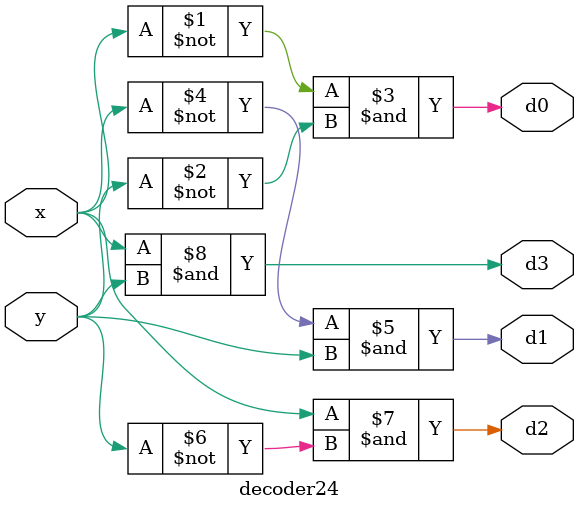
<source format=sv>
`timescale 1ns / 1ps

//2:4 decoder implementation
module decoder24(
    input x,
    input y,
    output d0,
    output d1,
    output d2,
    output d3
    );
    
    assign d0 = ~x & ~y;
    assign d1 = ~x & y;
    assign d2 = x & ~y;
    assign d3 = x & y;
    
endmodule

</source>
